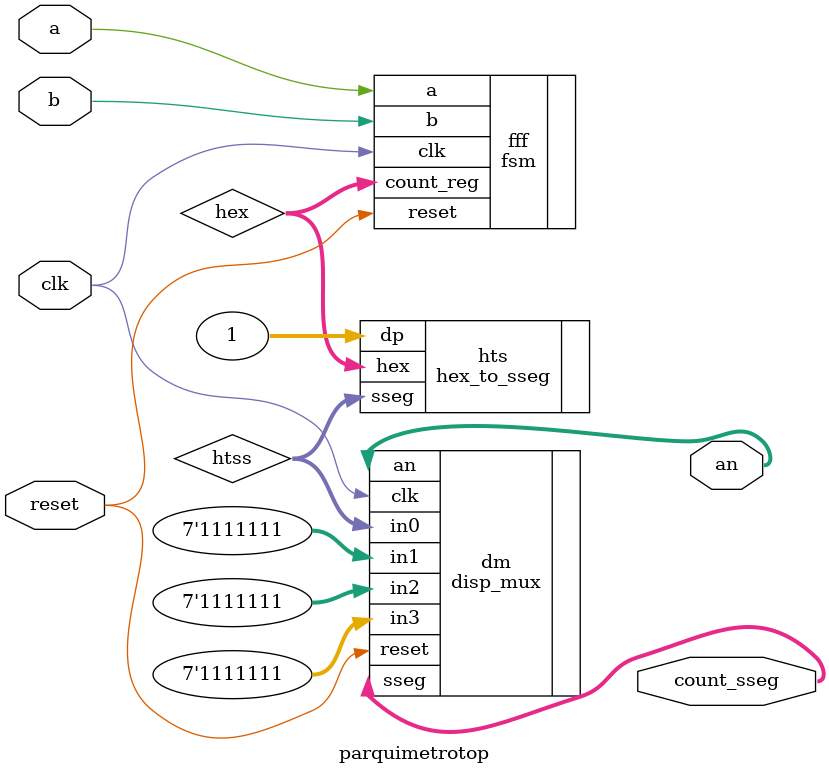
<source format=v>
`timescale 1ns / 1ps
module parquimetrotop(
		input wire clk, reset,
		input wire a, 
		input wire b,
		output wire [7:0] count_sseg,
		output wire [3:0] an

    );

   wire [3:0] hex;
	fsm fff(.clk(clk), .reset(reset), .a(a), .b(b), .count_reg(hex));

	wire [7:0] htss;
	hex_to_sseg hts (.hex (hex), .dp(1), .sseg(htss)); 
	
	disp_mux dm (.clk(clk), .reset(reset), .in0(htss), .in1(7'b1111111), .in2(7'b1111111), .in3(7'b1111111), .an(an), .sseg(count_sseg));
	


endmodule

</source>
